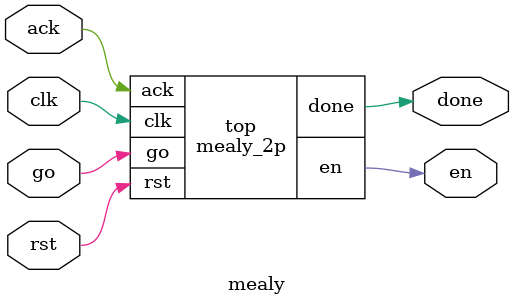
<source format=sv>


module mealy_2p (
    input  logic clk,
    input  logic rst,
    input  logic go,
    input  logic ack,
    output logic en,
    output logic done
);

    typedef enum logic [1:0] {
        START,
        COMPUTE,
        FINISH,
        RESTART
    } state_t;
    state_t state_r, next_state;

    always_ff @(posedge clk or posedge rst) begin
        if (rst) state_r <= START;
        else state_r <= next_state;
    end

    always_comb begin
        case (state_r)
            START: begin
                // In a Mealy FSM, outputs are a function of the state and the
                // current input, which makes them associated with transitions.
                // Therefore, all outputs appear within if statements that
                // correspond to transitions between states.
                if (go) begin
                    done       = 1'b0;
                    en         = 1'b0;
                    next_state = COMPUTE;
                end else begin
                    done       = 1'b0;
                    en         = 1'b0;
                    next_state = START;
                end
            end

            COMPUTE: begin
                if (ack) begin
                    en         = 1'b0;
                    done       = 1'b1;
                    next_state = FINISH;
                end else begin
                    en         = 1'b1;
                    done       = 1'b0;
                    next_state = COMPUTE;
                end
            end

            FINISH: begin
                if (go) begin
                    done       = 1'b1;
                    en         = 1'b0;
                    next_state = FINISH;
                end else begin
                    done       = 1'b1;
                    en         = 1'b0;
                    next_state = RESTART;
                end
            end

            RESTART: begin
                if (go) begin
                    done       = 1'b0;
                    en         = 1'b0;
                    next_state = COMPUTE;
                end else begin
                    done       = 1'b1;
                    en         = 1'b0;
                    next_state = RESTART;
                end
            end
        endcase
    end
endmodule  // mealy


// Module: mealy_hybrid
// Description: A simplified implementation of the previous mealy FSM that uses
// a hybrid style, which is illustrated in the mealy hybrid FSM in fsm.pdf.

module mealy_hybrid (
    input  logic clk,
    input  logic rst,
    input  logic go,
    input  logic ack,
    output logic en,
    output logic done
);

    typedef enum logic [1:0] {
        START,
        COMPUTE,
        FINISH,
        RESTART
    } state_t;
    state_t state_r, next_state;

    always_ff @(posedge clk, posedge rst)
        if (rst) state_r <= START;
        else state_r <= next_state;

    always_comb begin
        case (state_r)
            START: begin
                // If all ouptuts are the same for all transitions, the state can
                // be simplfied into a Moore state to save some code. Note that
                // this is just a coding simplification because if the FSM has any
                // outputs that are specific to a transition, it is technically
                // a Mealy FSM.
                en   = 1'b0;
                done = 1'b0;

                if (go) begin
                    next_state = COMPUTE;
                end else begin
                    next_state = START;
                end
            end

            // In this state, outputs differ on each transition, so we can't
            // simplify the code.
            COMPUTE: begin
                if (ack) begin
                    en         = 1'b0;
                    done       = 1'b1;
                    next_state = FINISH;
                end else begin
                    en         = 1'b1;
                    done       = 1'b0;
                    next_state = COMPUTE;
                end
            end

            // This state can be simplified due to the same outputs on all
            // transitions.
            FINISH: begin
                done = 1'b1;
                en   = 1'b0;

                if (go) begin
                    next_state = FINISH;
                end else begin
                    next_state = RESTART;
                end
            end

            // In this state, en has the same value on all transitions, so it can
            // be removed from transitions.However, the done signal must be
            // assigned for each transition.
            //
            // Alteratively, done could be assigned a default value and then
            // assigned when the default does not apply.	
            RESTART: begin
                en = 1'b0;

                if (go) begin
                    done       = 1'b0;
                    next_state = COMPUTE;
                end else begin
                    done       = 1'b1;
                    next_state = RESTART;
                end
            end
        endcase
    end
endmodule


// Module: mealy
// Description: Top-level moduel for testing synthesis and simulation of each
// architecture.

module mealy (
    input  logic clk,
    input  logic rst,
    input  logic go,
    input  logic ack,
    output logic en,
    output logic done
);

    mealy_2p top (.*);
    //mealy_hybrid top (.*);

endmodule

</source>
